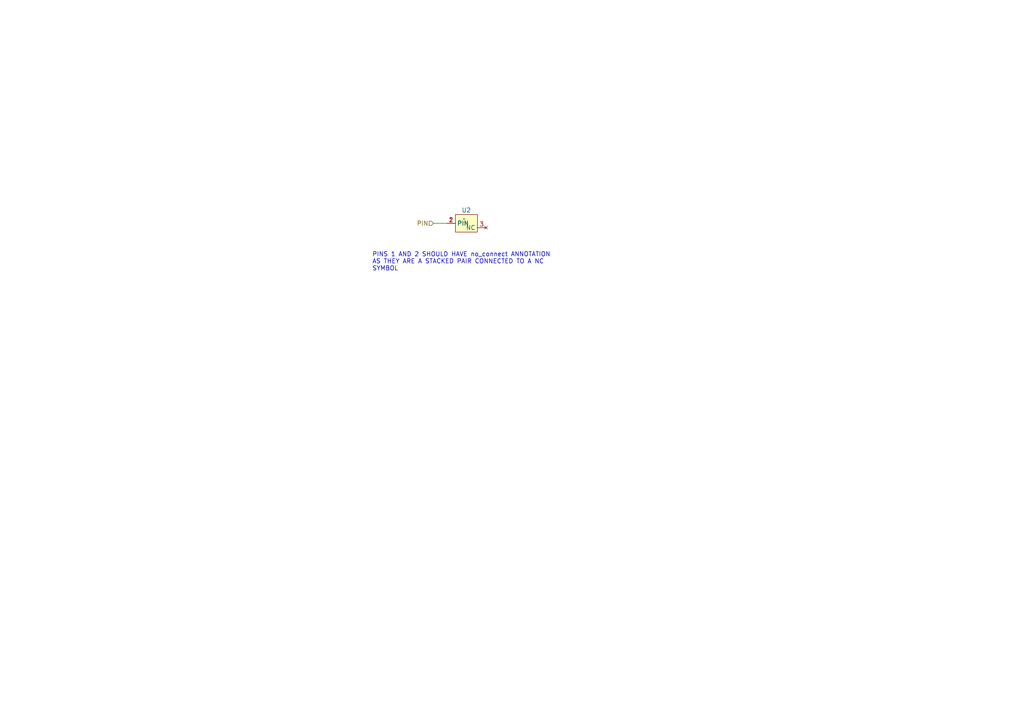
<source format=kicad_sch>
(kicad_sch (version 20230121) (generator eeschema)
  (paper "A4")
  (lib_symbols
    (symbol "TEST_LIB:TEST_STACKED"
      (property "Reference" "U2" (at 0.635 2.54 0))
      (property "Value" "~" (at 0 0 0))
      (symbol "TEST_STACKED_0_1"
        (rectangle (start -2.54 1.27) (end 3.81 -3.81) (fill (type background)))
      )
      (symbol "TEST_STACKED_1_1"
        (pin passive line (at -5.08 -1.27 0) (length 2.54) (name "PIN") (number "1"))
        (pin passive line (at -5.08 -1.27 0) (length 2.54) (name "PIN") (number "2"))
        (pin no_connect line (at 6.35 -2.54 180) (length 2.54) (name "NC") (number "3"))
      )
    )
  )
  (wire (pts (xy 125.73 64.77) (xy 129.54 64.77)))
  (text "PINS 1 AND 2 SHOULD HAVE no_connect ANNOTATION\nAS THEY ARE A STACKED PAIR CONNECTED TO A NC\nSYMBOL" (at 107.95 78.74 0) (effects (font (size 1.27 1.27)) (justify left bottom)))
  (hierarchical_label "PIN" (shape input) (at 125.73 64.77 180))
  (symbol (lib_id "TEST_LIB:TEST_STACKED") (at 134.62 63.5 0) (unit 1)
    (property "Reference" "U2" (at 135.255 60.96 0))
    (property "Value" "~" (at 134.62 63.5 0))
    (instances (project "test_hier_no_connect" (path "" (reference "U2") (unit 1)) (path "" (reference "U3") (unit 1))))
  )
)
</source>
